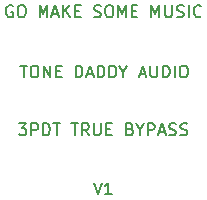
<source format=gbr>
%TF.GenerationSoftware,KiCad,Pcbnew,(5.1.6)-1*%
%TF.CreationDate,2021-08-15T21:21:47-04:00*%
%TF.ProjectId,3pdt-true-bypass,33706474-2d74-4727-9565-2d6279706173,rev?*%
%TF.SameCoordinates,Original*%
%TF.FileFunction,Legend,Top*%
%TF.FilePolarity,Positive*%
%FSLAX46Y46*%
G04 Gerber Fmt 4.6, Leading zero omitted, Abs format (unit mm)*
G04 Created by KiCad (PCBNEW (5.1.6)-1) date 2021-08-15 21:21:47*
%MOMM*%
%LPD*%
G01*
G04 APERTURE LIST*
%ADD10C,0.150000*%
G04 APERTURE END LIST*
D10*
X144609524Y-81840001D02*
X144514286Y-81792381D01*
X144371429Y-81792381D01*
X144228572Y-81840001D01*
X144133334Y-81935239D01*
X144085715Y-82030477D01*
X144038096Y-82220953D01*
X144038096Y-82363810D01*
X144085715Y-82554286D01*
X144133334Y-82649524D01*
X144228572Y-82744762D01*
X144371429Y-82792381D01*
X144466667Y-82792381D01*
X144609524Y-82744762D01*
X144657143Y-82697143D01*
X144657143Y-82363810D01*
X144466667Y-82363810D01*
X145276191Y-81792381D02*
X145466667Y-81792381D01*
X145561905Y-81840001D01*
X145657143Y-81935239D01*
X145704762Y-82125715D01*
X145704762Y-82459048D01*
X145657143Y-82649524D01*
X145561905Y-82744762D01*
X145466667Y-82792381D01*
X145276191Y-82792381D01*
X145180953Y-82744762D01*
X145085715Y-82649524D01*
X145038096Y-82459048D01*
X145038096Y-82125715D01*
X145085715Y-81935239D01*
X145180953Y-81840001D01*
X145276191Y-81792381D01*
X146895239Y-82792381D02*
X146895239Y-81792381D01*
X147228572Y-82506667D01*
X147561905Y-81792381D01*
X147561905Y-82792381D01*
X147990477Y-82506667D02*
X148466667Y-82506667D01*
X147895239Y-82792381D02*
X148228572Y-81792381D01*
X148561905Y-82792381D01*
X148895239Y-82792381D02*
X148895239Y-81792381D01*
X149466667Y-82792381D02*
X149038096Y-82220953D01*
X149466667Y-81792381D02*
X148895239Y-82363810D01*
X149895239Y-82268572D02*
X150228572Y-82268572D01*
X150371429Y-82792381D02*
X149895239Y-82792381D01*
X149895239Y-81792381D01*
X150371429Y-81792381D01*
X151514286Y-82744762D02*
X151657143Y-82792381D01*
X151895239Y-82792381D01*
X151990477Y-82744762D01*
X152038096Y-82697143D01*
X152085715Y-82601905D01*
X152085715Y-82506667D01*
X152038096Y-82411429D01*
X151990477Y-82363810D01*
X151895239Y-82316191D01*
X151704762Y-82268572D01*
X151609524Y-82220953D01*
X151561905Y-82173334D01*
X151514286Y-82078096D01*
X151514286Y-81982858D01*
X151561905Y-81887620D01*
X151609524Y-81840001D01*
X151704762Y-81792381D01*
X151942858Y-81792381D01*
X152085715Y-81840001D01*
X152704762Y-81792381D02*
X152895239Y-81792381D01*
X152990477Y-81840001D01*
X153085715Y-81935239D01*
X153133334Y-82125715D01*
X153133334Y-82459048D01*
X153085715Y-82649524D01*
X152990477Y-82744762D01*
X152895239Y-82792381D01*
X152704762Y-82792381D01*
X152609524Y-82744762D01*
X152514286Y-82649524D01*
X152466667Y-82459048D01*
X152466667Y-82125715D01*
X152514286Y-81935239D01*
X152609524Y-81840001D01*
X152704762Y-81792381D01*
X153561905Y-82792381D02*
X153561905Y-81792381D01*
X153895239Y-82506667D01*
X154228572Y-81792381D01*
X154228572Y-82792381D01*
X154704762Y-82268572D02*
X155038096Y-82268572D01*
X155180953Y-82792381D02*
X154704762Y-82792381D01*
X154704762Y-81792381D01*
X155180953Y-81792381D01*
X156371429Y-82792381D02*
X156371429Y-81792381D01*
X156704762Y-82506667D01*
X157038096Y-81792381D01*
X157038096Y-82792381D01*
X157514286Y-81792381D02*
X157514286Y-82601905D01*
X157561905Y-82697143D01*
X157609524Y-82744762D01*
X157704762Y-82792381D01*
X157895239Y-82792381D01*
X157990477Y-82744762D01*
X158038096Y-82697143D01*
X158085715Y-82601905D01*
X158085715Y-81792381D01*
X158514286Y-82744762D02*
X158657143Y-82792381D01*
X158895239Y-82792381D01*
X158990477Y-82744762D01*
X159038096Y-82697143D01*
X159085715Y-82601905D01*
X159085715Y-82506667D01*
X159038096Y-82411429D01*
X158990477Y-82363810D01*
X158895239Y-82316191D01*
X158704762Y-82268572D01*
X158609524Y-82220953D01*
X158561905Y-82173334D01*
X158514286Y-82078096D01*
X158514286Y-81982858D01*
X158561905Y-81887620D01*
X158609524Y-81840001D01*
X158704762Y-81792381D01*
X158942858Y-81792381D01*
X159085715Y-81840001D01*
X159514286Y-82792381D02*
X159514286Y-81792381D01*
X160561905Y-82697143D02*
X160514286Y-82744762D01*
X160371429Y-82792381D01*
X160276191Y-82792381D01*
X160133334Y-82744762D01*
X160038096Y-82649524D01*
X159990477Y-82554286D01*
X159942858Y-82363810D01*
X159942858Y-82220953D01*
X159990477Y-82030477D01*
X160038096Y-81935239D01*
X160133334Y-81840001D01*
X160276191Y-81792381D01*
X160371429Y-81792381D01*
X160514286Y-81840001D01*
X160561905Y-81887620D01*
X151490477Y-96792381D02*
X151823810Y-97792381D01*
X152157143Y-96792381D01*
X153014286Y-97792381D02*
X152442858Y-97792381D01*
X152728572Y-97792381D02*
X152728572Y-96792381D01*
X152633334Y-96935239D01*
X152538096Y-97030477D01*
X152442858Y-97078096D01*
X145157143Y-91792381D02*
X145776191Y-91792381D01*
X145442858Y-92173334D01*
X145585715Y-92173334D01*
X145680953Y-92220953D01*
X145728572Y-92268572D01*
X145776191Y-92363810D01*
X145776191Y-92601905D01*
X145728572Y-92697143D01*
X145680953Y-92744762D01*
X145585715Y-92792381D01*
X145300001Y-92792381D01*
X145204762Y-92744762D01*
X145157143Y-92697143D01*
X146204762Y-92792381D02*
X146204762Y-91792381D01*
X146585715Y-91792381D01*
X146680953Y-91840001D01*
X146728572Y-91887620D01*
X146776191Y-91982858D01*
X146776191Y-92125715D01*
X146728572Y-92220953D01*
X146680953Y-92268572D01*
X146585715Y-92316191D01*
X146204762Y-92316191D01*
X147204762Y-92792381D02*
X147204762Y-91792381D01*
X147442858Y-91792381D01*
X147585715Y-91840001D01*
X147680953Y-91935239D01*
X147728572Y-92030477D01*
X147776191Y-92220953D01*
X147776191Y-92363810D01*
X147728572Y-92554286D01*
X147680953Y-92649524D01*
X147585715Y-92744762D01*
X147442858Y-92792381D01*
X147204762Y-92792381D01*
X148061905Y-91792381D02*
X148633334Y-91792381D01*
X148347620Y-92792381D02*
X148347620Y-91792381D01*
X149585715Y-91792381D02*
X150157143Y-91792381D01*
X149871429Y-92792381D02*
X149871429Y-91792381D01*
X151061905Y-92792381D02*
X150728572Y-92316191D01*
X150490477Y-92792381D02*
X150490477Y-91792381D01*
X150871429Y-91792381D01*
X150966667Y-91840001D01*
X151014286Y-91887620D01*
X151061905Y-91982858D01*
X151061905Y-92125715D01*
X151014286Y-92220953D01*
X150966667Y-92268572D01*
X150871429Y-92316191D01*
X150490477Y-92316191D01*
X151490477Y-91792381D02*
X151490477Y-92601905D01*
X151538096Y-92697143D01*
X151585715Y-92744762D01*
X151680953Y-92792381D01*
X151871429Y-92792381D01*
X151966667Y-92744762D01*
X152014286Y-92697143D01*
X152061905Y-92601905D01*
X152061905Y-91792381D01*
X152538096Y-92268572D02*
X152871429Y-92268572D01*
X153014286Y-92792381D02*
X152538096Y-92792381D01*
X152538096Y-91792381D01*
X153014286Y-91792381D01*
X154538096Y-92268572D02*
X154680953Y-92316191D01*
X154728572Y-92363810D01*
X154776191Y-92459048D01*
X154776191Y-92601905D01*
X154728572Y-92697143D01*
X154680953Y-92744762D01*
X154585715Y-92792381D01*
X154204762Y-92792381D01*
X154204762Y-91792381D01*
X154538096Y-91792381D01*
X154633334Y-91840001D01*
X154680953Y-91887620D01*
X154728572Y-91982858D01*
X154728572Y-92078096D01*
X154680953Y-92173334D01*
X154633334Y-92220953D01*
X154538096Y-92268572D01*
X154204762Y-92268572D01*
X155395239Y-92316191D02*
X155395239Y-92792381D01*
X155061905Y-91792381D02*
X155395239Y-92316191D01*
X155728572Y-91792381D01*
X156061905Y-92792381D02*
X156061905Y-91792381D01*
X156442858Y-91792381D01*
X156538096Y-91840001D01*
X156585715Y-91887620D01*
X156633334Y-91982858D01*
X156633334Y-92125715D01*
X156585715Y-92220953D01*
X156538096Y-92268572D01*
X156442858Y-92316191D01*
X156061905Y-92316191D01*
X157014286Y-92506667D02*
X157490477Y-92506667D01*
X156919048Y-92792381D02*
X157252381Y-91792381D01*
X157585715Y-92792381D01*
X157871429Y-92744762D02*
X158014286Y-92792381D01*
X158252381Y-92792381D01*
X158347620Y-92744762D01*
X158395239Y-92697143D01*
X158442858Y-92601905D01*
X158442858Y-92506667D01*
X158395239Y-92411429D01*
X158347620Y-92363810D01*
X158252381Y-92316191D01*
X158061905Y-92268572D01*
X157966667Y-92220953D01*
X157919048Y-92173334D01*
X157871429Y-92078096D01*
X157871429Y-91982858D01*
X157919048Y-91887620D01*
X157966667Y-91840001D01*
X158061905Y-91792381D01*
X158300001Y-91792381D01*
X158442858Y-91840001D01*
X158823810Y-92744762D02*
X158966667Y-92792381D01*
X159204762Y-92792381D01*
X159300000Y-92744762D01*
X159347620Y-92697143D01*
X159395239Y-92601905D01*
X159395239Y-92506667D01*
X159347620Y-92411429D01*
X159300000Y-92363810D01*
X159204762Y-92316191D01*
X159014286Y-92268572D01*
X158919048Y-92220953D01*
X158871429Y-92173334D01*
X158823810Y-92078096D01*
X158823810Y-91982858D01*
X158871429Y-91887620D01*
X158919048Y-91840001D01*
X159014286Y-91792381D01*
X159252381Y-91792381D01*
X159395239Y-91840001D01*
X145280953Y-86892381D02*
X145852381Y-86892381D01*
X145566667Y-87892381D02*
X145566667Y-86892381D01*
X146376191Y-86892381D02*
X146566667Y-86892381D01*
X146661905Y-86940001D01*
X146757143Y-87035239D01*
X146804762Y-87225715D01*
X146804762Y-87559048D01*
X146757143Y-87749524D01*
X146661905Y-87844762D01*
X146566667Y-87892381D01*
X146376191Y-87892381D01*
X146280953Y-87844762D01*
X146185715Y-87749524D01*
X146138096Y-87559048D01*
X146138096Y-87225715D01*
X146185715Y-87035239D01*
X146280953Y-86940001D01*
X146376191Y-86892381D01*
X147233334Y-87892381D02*
X147233334Y-86892381D01*
X147804762Y-87892381D01*
X147804762Y-86892381D01*
X148280953Y-87368572D02*
X148614286Y-87368572D01*
X148757143Y-87892381D02*
X148280953Y-87892381D01*
X148280953Y-86892381D01*
X148757143Y-86892381D01*
X149947620Y-87892381D02*
X149947620Y-86892381D01*
X150185715Y-86892381D01*
X150328572Y-86940001D01*
X150423810Y-87035239D01*
X150471429Y-87130477D01*
X150519048Y-87320953D01*
X150519048Y-87463810D01*
X150471429Y-87654286D01*
X150423810Y-87749524D01*
X150328572Y-87844762D01*
X150185715Y-87892381D01*
X149947620Y-87892381D01*
X150900001Y-87606667D02*
X151376191Y-87606667D01*
X150804762Y-87892381D02*
X151138096Y-86892381D01*
X151471429Y-87892381D01*
X151804762Y-87892381D02*
X151804762Y-86892381D01*
X152042858Y-86892381D01*
X152185715Y-86940001D01*
X152280953Y-87035239D01*
X152328572Y-87130477D01*
X152376191Y-87320953D01*
X152376191Y-87463810D01*
X152328572Y-87654286D01*
X152280953Y-87749524D01*
X152185715Y-87844762D01*
X152042858Y-87892381D01*
X151804762Y-87892381D01*
X152804762Y-87892381D02*
X152804762Y-86892381D01*
X153042858Y-86892381D01*
X153185715Y-86940001D01*
X153280953Y-87035239D01*
X153328572Y-87130477D01*
X153376191Y-87320953D01*
X153376191Y-87463810D01*
X153328572Y-87654286D01*
X153280953Y-87749524D01*
X153185715Y-87844762D01*
X153042858Y-87892381D01*
X152804762Y-87892381D01*
X153995239Y-87416191D02*
X153995239Y-87892381D01*
X153661905Y-86892381D02*
X153995239Y-87416191D01*
X154328572Y-86892381D01*
X155376191Y-87606667D02*
X155852381Y-87606667D01*
X155280953Y-87892381D02*
X155614286Y-86892381D01*
X155947620Y-87892381D01*
X156280953Y-86892381D02*
X156280953Y-87701905D01*
X156328572Y-87797143D01*
X156376191Y-87844762D01*
X156471429Y-87892381D01*
X156661905Y-87892381D01*
X156757143Y-87844762D01*
X156804762Y-87797143D01*
X156852381Y-87701905D01*
X156852381Y-86892381D01*
X157328572Y-87892381D02*
X157328572Y-86892381D01*
X157566667Y-86892381D01*
X157709524Y-86940001D01*
X157804762Y-87035239D01*
X157852381Y-87130477D01*
X157900001Y-87320953D01*
X157900001Y-87463810D01*
X157852381Y-87654286D01*
X157804762Y-87749524D01*
X157709524Y-87844762D01*
X157566667Y-87892381D01*
X157328572Y-87892381D01*
X158328572Y-87892381D02*
X158328572Y-86892381D01*
X158995239Y-86892381D02*
X159185715Y-86892381D01*
X159280953Y-86940001D01*
X159376191Y-87035239D01*
X159423810Y-87225715D01*
X159423810Y-87559048D01*
X159376191Y-87749524D01*
X159280953Y-87844762D01*
X159185715Y-87892381D01*
X158995239Y-87892381D01*
X158900001Y-87844762D01*
X158804762Y-87749524D01*
X158757143Y-87559048D01*
X158757143Y-87225715D01*
X158804762Y-87035239D01*
X158900001Y-86940001D01*
X158995239Y-86892381D01*
M02*

</source>
